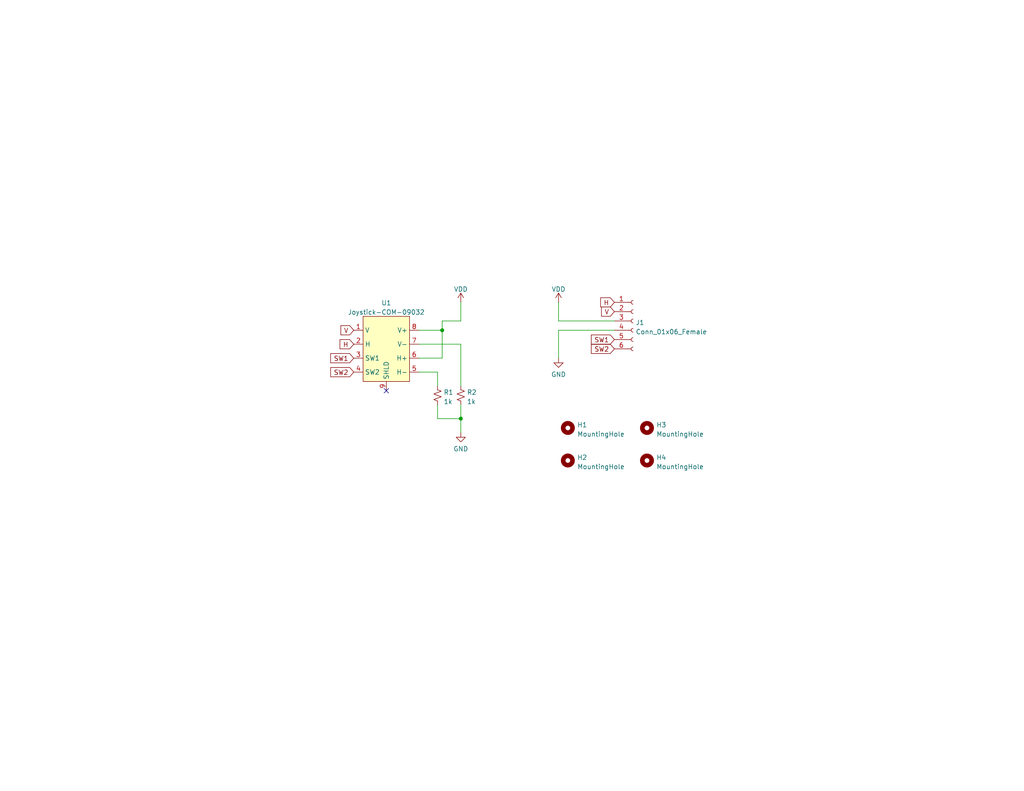
<source format=kicad_sch>
(kicad_sch (version 20211123) (generator eeschema)
  (paper "USLetter")
  (title_block (title "Joystick COM-09032 breakout") (date "2023-04-15") (rev "1") (company " Jed Parsons"))
  (lib_symbols
    (symbol "Connector:Conn_01x06_Female" (pin_names (offset 1.016) hide)
      (property "Reference" "J" (at 0 7.62 0))
      (property "Value" "Conn_01x06_Female" (at 0 -10.16 0))
      (symbol "Conn_01x06_Female_1_1"
        (arc (start 0 -7.112) (mid -0.508 -7.62) (end 0 -8.128) (stroke (width 0.1524)))
        (arc (start 0 -4.572) (mid -0.508 -5.08) (end 0 -5.588) (stroke (width 0.1524)))
        (arc (start 0 -2.032) (mid -0.508 -2.54) (end 0 -3.048) (stroke (width 0.1524)))
        (polyline (pts (xy -1.27 -7.62) (xy -0.508 -7.62)) (stroke (width 0.1524)))
        (polyline (pts (xy -1.27 -5.08) (xy -0.508 -5.08)) (stroke (width 0.1524)))
        (polyline (pts (xy -1.27 -2.54) (xy -0.508 -2.54)) (stroke (width 0.1524)))
        (polyline (pts (xy -1.27 0) (xy -0.508 0)) (stroke (width 0.1524)))
        (polyline (pts (xy -1.27 2.54) (xy -0.508 2.54)) (stroke (width 0.1524)))
        (polyline (pts (xy -1.27 5.08) (xy -0.508 5.08)) (stroke (width 0.1524)))
        (arc (start 0 0.508) (mid -0.508 0) (end 0 -0.508) (stroke (width 0.1524)))
        (arc (start 0 3.048) (mid -0.508 2.54) (end 0 2.032) (stroke (width 0.1524)))
        (arc (start 0 5.588) (mid -0.508 5.08) (end 0 4.572) (stroke (width 0.1524)))
        (pin passive line (at -5.08 5.08 0) (length 3.81) (name "Pin_1") (number "1"))
        (pin passive line (at -5.08 2.54 0) (length 3.81) (name "Pin_2") (number "2"))
        (pin passive line (at -5.08 0 0) (length 3.81) (name "Pin_3") (number "3"))
        (pin passive line (at -5.08 -2.54 0) (length 3.81) (name "Pin_4") (number "4"))
        (pin passive line (at -5.08 -5.08 0) (length 3.81) (name "Pin_5") (number "5"))
        (pin passive line (at -5.08 -7.62 0) (length 3.81) (name "Pin_6") (number "6"))
      )
    )
    (symbol "Device:R_Small_US" (pin_numbers hide) (pin_names (offset 0.254) hide)
      (property "Reference" "R" (at 0.762 0.508 0))
      (property "Value" "R_Small_US" (at 0.762 -1.016 0))
      (symbol "R_Small_US_1_1"
        (polyline (pts (xy 0 0) (xy 1.016 -0.381) (xy 0 -0.762) (xy -1.016 -1.143) (xy 0 -1.524)))
        (polyline (pts (xy 0 1.524) (xy 1.016 1.143) (xy 0 0.762) (xy -1.016 0.381) (xy 0 0)))
        (pin passive line (at 0 2.54 270) (length 1.016) (name "~") (number "1"))
        (pin passive line (at 0 -2.54 90) (length 1.016) (name "~") (number "2"))
      )
    )
    (symbol "Joystick:Joystick-COM-09032"
      (property "Reference" "U" (at 0 15.24 0))
      (property "Value" "Joystick-COM-09032" (at 0 11.43 0))
      (symbol "Joystick-COM-09032_0_1"
        (rectangle (start -6.35 8.89) (end 6.35 -8.89) (stroke (width 0.1524)) (fill (type background)))
      )
      (symbol "Joystick-COM-09032_1_1"
        (pin passive line (at -8.89 5.08 0) (length 2.54) (name "V") (number "1"))
        (pin passive line (at -8.89 1.27 0) (length 2.54) (name "H") (number "2"))
        (pin passive line (at -8.89 -2.54 0) (length 2.54) (name "SW1") (number "3"))
        (pin passive line (at -8.89 -6.35 0) (length 2.54) (name "SW2") (number "4"))
        (pin power_out line (at 8.89 -6.35 180) (length 2.54) (name "H-") (number "5"))
        (pin power_in line (at 8.89 -2.54 180) (length 2.54) (name "H+") (number "6"))
        (pin power_in line (at 8.89 1.27 180) (length 2.54) (name "V-") (number "7"))
        (pin power_in line (at 8.89 5.08 180) (length 2.54) (name "V+") (number "8"))
        (pin passive line (at 0 -11.43 90) (length 2.54) (name "SHLD") (number "9"))
      )
    )
    (symbol "Mechanical:MountingHole" (pin_names (offset 1.016))
      (property "Reference" "H" (at 0 5.08 0))
      (property "Value" "MountingHole" (at 0 3.175 0))
      (symbol "MountingHole_0_1"
        (circle (center 0 0) (radius 1.27) (stroke (width 1.27)))
      )
    )
    (symbol "power:GND" (power) (pin_names (offset 0))
      (property "Value" "GND" (at 0 -3.81 0))
      (symbol "GND_0_1"
        (polyline (pts (xy 0 0) (xy 0 -1.27) (xy 1.27 -1.27) (xy 0 -2.54) (xy -1.27 -1.27) (xy 0 -1.27)))
      )
      (symbol "GND_1_1"
        (pin power_in line (at 0 0 270) (length 0) hide (name "GND") (number "1"))
      )
    )
    (symbol "power:VDD" (power) (pin_names (offset 0))
      (property "Value" "VDD" (at 0 3.81 0))
      (symbol "VDD_0_1"
        (polyline (pts (xy -0.762 1.27) (xy 0 2.54)))
        (polyline (pts (xy 0 0) (xy 0 2.54)))
        (polyline (pts (xy 0 2.54) (xy 0.762 1.27)))
      )
      (symbol "VDD_1_1"
        (pin power_in line (at 0 0 90) (length 0) hide (name "VDD") (number "1"))
      )
    )
  )
  (junction (at 120.65 90.17))
  (junction (at 125.73 114.3))
  (no_connect (at 105.41 106.68))
  (wire (pts (xy 125.73 93.98) (xy 125.73 105.41)))
  (wire (pts (xy 125.73 114.3) (xy 125.73 110.49)))
  (wire (pts (xy 114.3 101.6) (xy 119.38 101.6)))
  (wire (pts (xy 120.65 97.79) (xy 120.65 90.17)))
  (wire (pts (xy 114.3 93.98) (xy 125.73 93.98)))
  (wire (pts (xy 125.73 82.55) (xy 125.73 87.63)))
  (wire (pts (xy 152.4 97.79) (xy 152.4 90.17)))
  (wire (pts (xy 152.4 87.63) (xy 152.4 82.55)))
  (wire (pts (xy 119.38 110.49) (xy 119.38 114.3)))
  (wire (pts (xy 152.4 90.17) (xy 167.64 90.17)))
  (wire (pts (xy 120.65 90.17) (xy 120.65 87.63)))
  (wire (pts (xy 120.65 87.63) (xy 125.73 87.63)))
  (wire (pts (xy 119.38 101.6) (xy 119.38 105.41)))
  (wire (pts (xy 167.64 87.63) (xy 152.4 87.63)))
  (wire (pts (xy 114.3 90.17) (xy 120.65 90.17)))
  (wire (pts (xy 119.38 114.3) (xy 125.73 114.3)))
  (wire (pts (xy 125.73 114.3) (xy 125.73 118.11)))
  (wire (pts (xy 114.3 97.79) (xy 120.65 97.79)))
  (global_label "SW1" (shape input) (at 96.52 97.79 180) (property "Intersheet References" "${INTERSHEET_REFS}" (effects hide)))
  (global_label "SW2" (shape input) (at 167.64 95.25 180) (property "Intersheet References" "${INTERSHEET_REFS}" (effects hide)))
  (global_label "SW2" (shape input) (at 96.52 101.6 180) (property "Intersheet References" "${INTERSHEET_REFS}" (effects hide)))
  (global_label "V" (shape input) (at 96.52 90.17 180) (property "Intersheet References" "${INTERSHEET_REFS}" (effects hide)))
  (global_label "H" (shape input) (at 96.52 93.98 180) (property "Intersheet References" "${INTERSHEET_REFS}" (effects hide)))
  (global_label "SW1" (shape input) (at 167.64 92.71 180) (property "Intersheet References" "${INTERSHEET_REFS}" (effects hide)))
  (global_label "V" (shape input) (at 167.64 85.09 180) (property "Intersheet References" "${INTERSHEET_REFS}" (effects hide)))
  (global_label "H" (shape input) (at 167.64 82.55 180) (property "Intersheet References" "${INTERSHEET_REFS}" (effects hide)))
  (symbol (lib_id "power:GND") (at 125.73 118.11 0) (unit 1)
    (property "Reference" "#PWR02" (effects hide))
    (property "Value" "GND" (at 125.73 122.5534 0))
  )
  (symbol (lib_id "Mechanical:MountingHole") (at 176.53 116.84 0) (unit 1)
    (property "Reference" "H3" (at 179.07 116.0053 0) (effects (justify left)))
    (property "Value" "MountingHole" (at 179.07 118.5422 0) (effects (justify left)))
    (property "Footprint" "MountingHole:MountingHole_3.2mm_M3" (effects hide))
  )
  (symbol (lib_id "power:VDD") (at 152.4 82.55 0) (unit 1)
    (property "Reference" "#PWR03" (effects hide))
    (property "Value" "VDD" (at 152.4 78.9742 0))
  )
  (symbol (lib_id "Mechanical:MountingHole") (at 154.94 116.84 0) (unit 1)
    (property "Reference" "H1" (at 157.48 116.0053 0) (effects (justify left)))
    (property "Value" "MountingHole" (at 157.48 118.5422 0) (effects (justify left)))
    (property "Footprint" "MountingHole:MountingHole_3.2mm_M3" (effects hide))
  )
  (symbol (lib_id "power:GND") (at 152.4 97.79 0) (unit 1)
    (property "Reference" "#PWR04" (effects hide))
    (property "Value" "GND" (at 152.4 102.2334 0))
  )
  (symbol (lib_id "Device:R_Small_US") (at 125.73 107.95 0) (unit 1)
    (property "Reference" "R2" (at 127.381 107.1153 0) (effects (justify left)))
    (property "Value" "1k" (at 127.381 109.6522 0) (effects (justify left)))
    (property "Footprint" "Resistor_SMD:R_0603_1608Metric" (effects hide))
  )
  (symbol (lib_id "Mechanical:MountingHole") (at 176.53 125.73 0) (unit 1)
    (property "Reference" "H4" (at 179.07 124.8953 0) (effects (justify left)))
    (property "Value" "MountingHole" (at 179.07 127.4322 0) (effects (justify left)))
    (property "Footprint" "MountingHole:MountingHole_3.2mm_M3" (effects hide))
  )
  (symbol (lib_id "Joystick:Joystick-COM-09032") (at 105.41 95.25 0) (unit 1)
    (property "Reference" "U1" (at 105.41 82.711 0))
    (property "Value" "Joystick-COM-09032" (at 105.41 85.2479 0))
    (property "Footprint" "Joystick:Joystick-COM-09032" (effects hide))
  )
  (symbol (lib_id "Mechanical:MountingHole") (at 154.94 125.73 0) (unit 1)
    (property "Reference" "H2" (at 157.48 124.8953 0) (effects (justify left)))
    (property "Value" "MountingHole" (at 157.48 127.4322 0) (effects (justify left)))
    (property "Footprint" "MountingHole:MountingHole_3.2mm_M3" (effects hide))
  )
  (symbol (lib_id "Connector:Conn_01x06_Female") (at 172.72 87.63 0) (unit 1)
    (property "Reference" "J1" (at 173.4312 88.0653 0) (effects (justify left)))
    (property "Value" "Conn_01x06_Female" (at 173.4312 90.6022 0) (effects (justify left)))
    (property "Footprint" "Connector_PinHeader_2.54mm:PinHeader_1x06_P2.54mm_Vertical" (effects hide))
  )
  (symbol (lib_id "power:VDD") (at 125.73 82.55 0) (unit 1)
    (property "Reference" "#PWR01" (effects hide))
    (property "Value" "VDD" (at 125.73 78.9742 0))
  )
  (symbol (lib_id "Device:R_Small_US") (at 119.38 107.95 0) (unit 1)
    (property "Reference" "R1" (at 121.031 107.1153 0) (effects (justify left)))
    (property "Value" "1k" (at 121.031 109.6522 0) (effects (justify left)))
    (property "Footprint" "Resistor_SMD:R_0603_1608Metric" (effects hide))
  )
)
</source>
